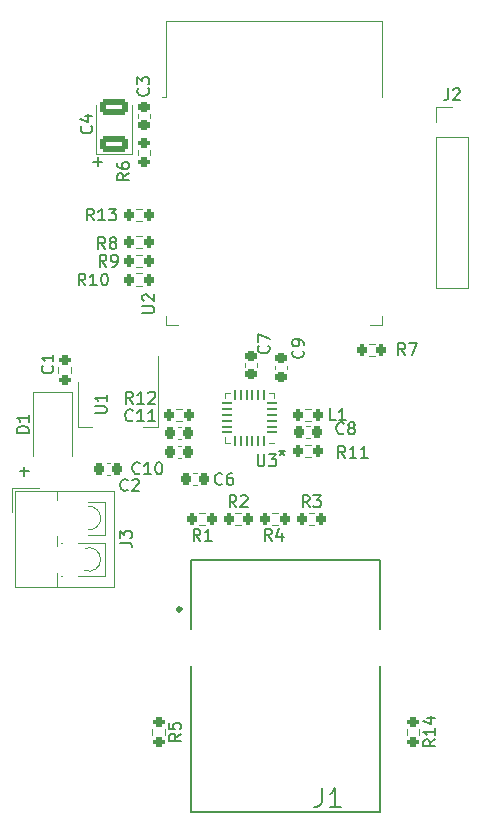
<source format=gbr>
%TF.GenerationSoftware,KiCad,Pcbnew,6.0.4*%
%TF.CreationDate,2022-06-16T01:35:27+03:00*%
%TF.ProjectId,MULTIGW,4d554c54-4947-4572-9e6b-696361645f70,rev?*%
%TF.SameCoordinates,Original*%
%TF.FileFunction,Legend,Top*%
%TF.FilePolarity,Positive*%
%FSLAX46Y46*%
G04 Gerber Fmt 4.6, Leading zero omitted, Abs format (unit mm)*
G04 Created by KiCad (PCBNEW 6.0.4) date 2022-06-16 01:35:27*
%MOMM*%
%LPD*%
G01*
G04 APERTURE LIST*
G04 Aperture macros list*
%AMRoundRect*
0 Rectangle with rounded corners*
0 $1 Rounding radius*
0 $2 $3 $4 $5 $6 $7 $8 $9 X,Y pos of 4 corners*
0 Add a 4 corners polygon primitive as box body*
4,1,4,$2,$3,$4,$5,$6,$7,$8,$9,$2,$3,0*
0 Add four circle primitives for the rounded corners*
1,1,$1+$1,$2,$3*
1,1,$1+$1,$4,$5*
1,1,$1+$1,$6,$7*
1,1,$1+$1,$8,$9*
0 Add four rect primitives between the rounded corners*
20,1,$1+$1,$2,$3,$4,$5,0*
20,1,$1+$1,$4,$5,$6,$7,0*
20,1,$1+$1,$6,$7,$8,$9,0*
20,1,$1+$1,$8,$9,$2,$3,0*%
G04 Aperture macros list end*
%ADD10C,0.150000*%
%ADD11C,0.120000*%
%ADD12C,0.127000*%
%ADD13C,0.300000*%
%ADD14RoundRect,0.200000X-0.275000X0.200000X-0.275000X-0.200000X0.275000X-0.200000X0.275000X0.200000X0*%
%ADD15RoundRect,0.200000X0.200000X0.275000X-0.200000X0.275000X-0.200000X-0.275000X0.200000X-0.275000X0*%
%ADD16RoundRect,0.200000X-0.200000X-0.275000X0.200000X-0.275000X0.200000X0.275000X-0.200000X0.275000X0*%
%ADD17RoundRect,0.062500X0.350000X0.062500X-0.350000X0.062500X-0.350000X-0.062500X0.350000X-0.062500X0*%
%ADD18RoundRect,0.062500X0.062500X0.350000X-0.062500X0.350000X-0.062500X-0.350000X0.062500X-0.350000X0*%
%ADD19R,2.600000X2.600000*%
%ADD20RoundRect,0.250000X0.925000X-0.412500X0.925000X0.412500X-0.925000X0.412500X-0.925000X-0.412500X0*%
%ADD21RoundRect,0.225000X0.225000X0.250000X-0.225000X0.250000X-0.225000X-0.250000X0.225000X-0.250000X0*%
%ADD22R,2.000000X0.900000*%
%ADD23R,0.900000X2.000000*%
%ADD24R,5.000000X5.000000*%
%ADD25RoundRect,0.225000X-0.225000X-0.250000X0.225000X-0.250000X0.225000X0.250000X-0.225000X0.250000X0*%
%ADD26RoundRect,0.225000X-0.250000X0.225000X-0.250000X-0.225000X0.250000X-0.225000X0.250000X0.225000X0*%
%ADD27RoundRect,0.200000X0.275000X-0.200000X0.275000X0.200000X-0.275000X0.200000X-0.275000X-0.200000X0*%
%ADD28R,1.700000X1.700000*%
%ADD29O,1.700000X1.700000*%
%ADD30C,2.600000*%
%ADD31RoundRect,0.225000X0.250000X-0.225000X0.250000X0.225000X-0.250000X0.225000X-0.250000X-0.225000X0*%
%ADD32R,1.800000X2.500000*%
%ADD33C,3.250000*%
%ADD34R,1.398000X1.398000*%
%ADD35C,1.398000*%
%ADD36C,1.530000*%
%ADD37C,2.445000*%
%ADD38R,1.500000X2.000000*%
%ADD39R,3.800000X2.000000*%
G04 APERTURE END LIST*
D10*
X117400000Y-90452380D02*
X117400000Y-90690476D01*
X117161904Y-90595238D02*
X117400000Y-90690476D01*
X117638095Y-90595238D01*
X117257142Y-90880952D02*
X117400000Y-90690476D01*
X117542857Y-90880952D01*
X101419047Y-66071428D02*
X102180952Y-66071428D01*
X101800000Y-66452380D02*
X101800000Y-65690476D01*
X95219047Y-92271428D02*
X95980952Y-92271428D01*
X95600000Y-92652380D02*
X95600000Y-91890476D01*
%TO.C,R14*%
X130382380Y-114992857D02*
X129906190Y-115326190D01*
X130382380Y-115564285D02*
X129382380Y-115564285D01*
X129382380Y-115183333D01*
X129430000Y-115088095D01*
X129477619Y-115040476D01*
X129572857Y-114992857D01*
X129715714Y-114992857D01*
X129810952Y-115040476D01*
X129858571Y-115088095D01*
X129906190Y-115183333D01*
X129906190Y-115564285D01*
X130382380Y-114040476D02*
X130382380Y-114611904D01*
X130382380Y-114326190D02*
X129382380Y-114326190D01*
X129525238Y-114421428D01*
X129620476Y-114516666D01*
X129668095Y-114611904D01*
X129715714Y-113183333D02*
X130382380Y-113183333D01*
X129334761Y-113421428D02*
X130049047Y-113659523D01*
X130049047Y-113040476D01*
%TO.C,L1*%
X121933333Y-87952380D02*
X121457142Y-87952380D01*
X121457142Y-86952380D01*
X122790476Y-87952380D02*
X122219047Y-87952380D01*
X122504761Y-87952380D02*
X122504761Y-86952380D01*
X122409523Y-87095238D01*
X122314285Y-87190476D01*
X122219047Y-87238095D01*
%TO.C,R11*%
X122757142Y-91152380D02*
X122423809Y-90676190D01*
X122185714Y-91152380D02*
X122185714Y-90152380D01*
X122566666Y-90152380D01*
X122661904Y-90200000D01*
X122709523Y-90247619D01*
X122757142Y-90342857D01*
X122757142Y-90485714D01*
X122709523Y-90580952D01*
X122661904Y-90628571D01*
X122566666Y-90676190D01*
X122185714Y-90676190D01*
X123709523Y-91152380D02*
X123138095Y-91152380D01*
X123423809Y-91152380D02*
X123423809Y-90152380D01*
X123328571Y-90295238D01*
X123233333Y-90390476D01*
X123138095Y-90438095D01*
X124661904Y-91152380D02*
X124090476Y-91152380D01*
X124376190Y-91152380D02*
X124376190Y-90152380D01*
X124280952Y-90295238D01*
X124185714Y-90390476D01*
X124090476Y-90438095D01*
%TO.C,R9*%
X102533333Y-74952380D02*
X102200000Y-74476190D01*
X101961904Y-74952380D02*
X101961904Y-73952380D01*
X102342857Y-73952380D01*
X102438095Y-74000000D01*
X102485714Y-74047619D01*
X102533333Y-74142857D01*
X102533333Y-74285714D01*
X102485714Y-74380952D01*
X102438095Y-74428571D01*
X102342857Y-74476190D01*
X101961904Y-74476190D01*
X103009523Y-74952380D02*
X103200000Y-74952380D01*
X103295238Y-74904761D01*
X103342857Y-74857142D01*
X103438095Y-74714285D01*
X103485714Y-74523809D01*
X103485714Y-74142857D01*
X103438095Y-74047619D01*
X103390476Y-74000000D01*
X103295238Y-73952380D01*
X103104761Y-73952380D01*
X103009523Y-74000000D01*
X102961904Y-74047619D01*
X102914285Y-74142857D01*
X102914285Y-74380952D01*
X102961904Y-74476190D01*
X103009523Y-74523809D01*
X103104761Y-74571428D01*
X103295238Y-74571428D01*
X103390476Y-74523809D01*
X103438095Y-74476190D01*
X103485714Y-74380952D01*
%TO.C,U3*%
X115338095Y-90852380D02*
X115338095Y-91661904D01*
X115385714Y-91757142D01*
X115433333Y-91804761D01*
X115528571Y-91852380D01*
X115719047Y-91852380D01*
X115814285Y-91804761D01*
X115861904Y-91757142D01*
X115909523Y-91661904D01*
X115909523Y-90852380D01*
X116290476Y-90852380D02*
X116909523Y-90852380D01*
X116576190Y-91233333D01*
X116719047Y-91233333D01*
X116814285Y-91280952D01*
X116861904Y-91328571D01*
X116909523Y-91423809D01*
X116909523Y-91661904D01*
X116861904Y-91757142D01*
X116814285Y-91804761D01*
X116719047Y-91852380D01*
X116433333Y-91852380D01*
X116338095Y-91804761D01*
X116290476Y-91757142D01*
%TO.C,C4*%
X101257142Y-63066666D02*
X101304761Y-63114285D01*
X101352380Y-63257142D01*
X101352380Y-63352380D01*
X101304761Y-63495238D01*
X101209523Y-63590476D01*
X101114285Y-63638095D01*
X100923809Y-63685714D01*
X100780952Y-63685714D01*
X100590476Y-63638095D01*
X100495238Y-63590476D01*
X100400000Y-63495238D01*
X100352380Y-63352380D01*
X100352380Y-63257142D01*
X100400000Y-63114285D01*
X100447619Y-63066666D01*
X100685714Y-62209523D02*
X101352380Y-62209523D01*
X100304761Y-62447619D02*
X101019047Y-62685714D01*
X101019047Y-62066666D01*
%TO.C,C2*%
X104333333Y-93857142D02*
X104285714Y-93904761D01*
X104142857Y-93952380D01*
X104047619Y-93952380D01*
X103904761Y-93904761D01*
X103809523Y-93809523D01*
X103761904Y-93714285D01*
X103714285Y-93523809D01*
X103714285Y-93380952D01*
X103761904Y-93190476D01*
X103809523Y-93095238D01*
X103904761Y-93000000D01*
X104047619Y-92952380D01*
X104142857Y-92952380D01*
X104285714Y-93000000D01*
X104333333Y-93047619D01*
X104714285Y-93047619D02*
X104761904Y-93000000D01*
X104857142Y-92952380D01*
X105095238Y-92952380D01*
X105190476Y-93000000D01*
X105238095Y-93047619D01*
X105285714Y-93142857D01*
X105285714Y-93238095D01*
X105238095Y-93380952D01*
X104666666Y-93952380D01*
X105285714Y-93952380D01*
%TO.C,U2*%
X105582380Y-78861904D02*
X106391904Y-78861904D01*
X106487142Y-78814285D01*
X106534761Y-78766666D01*
X106582380Y-78671428D01*
X106582380Y-78480952D01*
X106534761Y-78385714D01*
X106487142Y-78338095D01*
X106391904Y-78290476D01*
X105582380Y-78290476D01*
X105677619Y-77861904D02*
X105630000Y-77814285D01*
X105582380Y-77719047D01*
X105582380Y-77480952D01*
X105630000Y-77385714D01*
X105677619Y-77338095D01*
X105772857Y-77290476D01*
X105868095Y-77290476D01*
X106010952Y-77338095D01*
X106582380Y-77909523D01*
X106582380Y-77290476D01*
%TO.C,C8*%
X122633333Y-89057142D02*
X122585714Y-89104761D01*
X122442857Y-89152380D01*
X122347619Y-89152380D01*
X122204761Y-89104761D01*
X122109523Y-89009523D01*
X122061904Y-88914285D01*
X122014285Y-88723809D01*
X122014285Y-88580952D01*
X122061904Y-88390476D01*
X122109523Y-88295238D01*
X122204761Y-88200000D01*
X122347619Y-88152380D01*
X122442857Y-88152380D01*
X122585714Y-88200000D01*
X122633333Y-88247619D01*
X123204761Y-88580952D02*
X123109523Y-88533333D01*
X123061904Y-88485714D01*
X123014285Y-88390476D01*
X123014285Y-88342857D01*
X123061904Y-88247619D01*
X123109523Y-88200000D01*
X123204761Y-88152380D01*
X123395238Y-88152380D01*
X123490476Y-88200000D01*
X123538095Y-88247619D01*
X123585714Y-88342857D01*
X123585714Y-88390476D01*
X123538095Y-88485714D01*
X123490476Y-88533333D01*
X123395238Y-88580952D01*
X123204761Y-88580952D01*
X123109523Y-88628571D01*
X123061904Y-88676190D01*
X123014285Y-88771428D01*
X123014285Y-88961904D01*
X123061904Y-89057142D01*
X123109523Y-89104761D01*
X123204761Y-89152380D01*
X123395238Y-89152380D01*
X123490476Y-89104761D01*
X123538095Y-89057142D01*
X123585714Y-88961904D01*
X123585714Y-88771428D01*
X123538095Y-88676190D01*
X123490476Y-88628571D01*
X123395238Y-88580952D01*
%TO.C,C7*%
X116257142Y-81666666D02*
X116304761Y-81714285D01*
X116352380Y-81857142D01*
X116352380Y-81952380D01*
X116304761Y-82095238D01*
X116209523Y-82190476D01*
X116114285Y-82238095D01*
X115923809Y-82285714D01*
X115780952Y-82285714D01*
X115590476Y-82238095D01*
X115495238Y-82190476D01*
X115400000Y-82095238D01*
X115352380Y-81952380D01*
X115352380Y-81857142D01*
X115400000Y-81714285D01*
X115447619Y-81666666D01*
X115352380Y-81333333D02*
X115352380Y-80666666D01*
X116352380Y-81095238D01*
%TO.C,R6*%
X104452380Y-67066666D02*
X103976190Y-67400000D01*
X104452380Y-67638095D02*
X103452380Y-67638095D01*
X103452380Y-67257142D01*
X103500000Y-67161904D01*
X103547619Y-67114285D01*
X103642857Y-67066666D01*
X103785714Y-67066666D01*
X103880952Y-67114285D01*
X103928571Y-67161904D01*
X103976190Y-67257142D01*
X103976190Y-67638095D01*
X103452380Y-66209523D02*
X103452380Y-66400000D01*
X103500000Y-66495238D01*
X103547619Y-66542857D01*
X103690476Y-66638095D01*
X103880952Y-66685714D01*
X104261904Y-66685714D01*
X104357142Y-66638095D01*
X104404761Y-66590476D01*
X104452380Y-66495238D01*
X104452380Y-66304761D01*
X104404761Y-66209523D01*
X104357142Y-66161904D01*
X104261904Y-66114285D01*
X104023809Y-66114285D01*
X103928571Y-66161904D01*
X103880952Y-66209523D01*
X103833333Y-66304761D01*
X103833333Y-66495238D01*
X103880952Y-66590476D01*
X103928571Y-66638095D01*
X104023809Y-66685714D01*
%TO.C,R3*%
X119733333Y-95322380D02*
X119400000Y-94846190D01*
X119161904Y-95322380D02*
X119161904Y-94322380D01*
X119542857Y-94322380D01*
X119638095Y-94370000D01*
X119685714Y-94417619D01*
X119733333Y-94512857D01*
X119733333Y-94655714D01*
X119685714Y-94750952D01*
X119638095Y-94798571D01*
X119542857Y-94846190D01*
X119161904Y-94846190D01*
X120066666Y-94322380D02*
X120685714Y-94322380D01*
X120352380Y-94703333D01*
X120495238Y-94703333D01*
X120590476Y-94750952D01*
X120638095Y-94798571D01*
X120685714Y-94893809D01*
X120685714Y-95131904D01*
X120638095Y-95227142D01*
X120590476Y-95274761D01*
X120495238Y-95322380D01*
X120209523Y-95322380D01*
X120114285Y-95274761D01*
X120066666Y-95227142D01*
%TO.C,R5*%
X108832380Y-114516666D02*
X108356190Y-114850000D01*
X108832380Y-115088095D02*
X107832380Y-115088095D01*
X107832380Y-114707142D01*
X107880000Y-114611904D01*
X107927619Y-114564285D01*
X108022857Y-114516666D01*
X108165714Y-114516666D01*
X108260952Y-114564285D01*
X108308571Y-114611904D01*
X108356190Y-114707142D01*
X108356190Y-115088095D01*
X107832380Y-113611904D02*
X107832380Y-114088095D01*
X108308571Y-114135714D01*
X108260952Y-114088095D01*
X108213333Y-113992857D01*
X108213333Y-113754761D01*
X108260952Y-113659523D01*
X108308571Y-113611904D01*
X108403809Y-113564285D01*
X108641904Y-113564285D01*
X108737142Y-113611904D01*
X108784761Y-113659523D01*
X108832380Y-113754761D01*
X108832380Y-113992857D01*
X108784761Y-114088095D01*
X108737142Y-114135714D01*
%TO.C,J2*%
X131466666Y-59872380D02*
X131466666Y-60586666D01*
X131419047Y-60729523D01*
X131323809Y-60824761D01*
X131180952Y-60872380D01*
X131085714Y-60872380D01*
X131895238Y-59967619D02*
X131942857Y-59920000D01*
X132038095Y-59872380D01*
X132276190Y-59872380D01*
X132371428Y-59920000D01*
X132419047Y-59967619D01*
X132466666Y-60062857D01*
X132466666Y-60158095D01*
X132419047Y-60300952D01*
X131847619Y-60872380D01*
X132466666Y-60872380D01*
%TO.C,R8*%
X102433333Y-73452380D02*
X102100000Y-72976190D01*
X101861904Y-73452380D02*
X101861904Y-72452380D01*
X102242857Y-72452380D01*
X102338095Y-72500000D01*
X102385714Y-72547619D01*
X102433333Y-72642857D01*
X102433333Y-72785714D01*
X102385714Y-72880952D01*
X102338095Y-72928571D01*
X102242857Y-72976190D01*
X101861904Y-72976190D01*
X103004761Y-72880952D02*
X102909523Y-72833333D01*
X102861904Y-72785714D01*
X102814285Y-72690476D01*
X102814285Y-72642857D01*
X102861904Y-72547619D01*
X102909523Y-72500000D01*
X103004761Y-72452380D01*
X103195238Y-72452380D01*
X103290476Y-72500000D01*
X103338095Y-72547619D01*
X103385714Y-72642857D01*
X103385714Y-72690476D01*
X103338095Y-72785714D01*
X103290476Y-72833333D01*
X103195238Y-72880952D01*
X103004761Y-72880952D01*
X102909523Y-72928571D01*
X102861904Y-72976190D01*
X102814285Y-73071428D01*
X102814285Y-73261904D01*
X102861904Y-73357142D01*
X102909523Y-73404761D01*
X103004761Y-73452380D01*
X103195238Y-73452380D01*
X103290476Y-73404761D01*
X103338095Y-73357142D01*
X103385714Y-73261904D01*
X103385714Y-73071428D01*
X103338095Y-72976190D01*
X103290476Y-72928571D01*
X103195238Y-72880952D01*
%TO.C,J3*%
X103667380Y-98333333D02*
X104381666Y-98333333D01*
X104524523Y-98380952D01*
X104619761Y-98476190D01*
X104667380Y-98619047D01*
X104667380Y-98714285D01*
X103667380Y-97952380D02*
X103667380Y-97333333D01*
X104048333Y-97666666D01*
X104048333Y-97523809D01*
X104095952Y-97428571D01*
X104143571Y-97380952D01*
X104238809Y-97333333D01*
X104476904Y-97333333D01*
X104572142Y-97380952D01*
X104619761Y-97428571D01*
X104667380Y-97523809D01*
X104667380Y-97809523D01*
X104619761Y-97904761D01*
X104572142Y-97952380D01*
%TO.C,C3*%
X106057142Y-59866666D02*
X106104761Y-59914285D01*
X106152380Y-60057142D01*
X106152380Y-60152380D01*
X106104761Y-60295238D01*
X106009523Y-60390476D01*
X105914285Y-60438095D01*
X105723809Y-60485714D01*
X105580952Y-60485714D01*
X105390476Y-60438095D01*
X105295238Y-60390476D01*
X105200000Y-60295238D01*
X105152380Y-60152380D01*
X105152380Y-60057142D01*
X105200000Y-59914285D01*
X105247619Y-59866666D01*
X105152380Y-59533333D02*
X105152380Y-58914285D01*
X105533333Y-59247619D01*
X105533333Y-59104761D01*
X105580952Y-59009523D01*
X105628571Y-58961904D01*
X105723809Y-58914285D01*
X105961904Y-58914285D01*
X106057142Y-58961904D01*
X106104761Y-59009523D01*
X106152380Y-59104761D01*
X106152380Y-59390476D01*
X106104761Y-59485714D01*
X106057142Y-59533333D01*
%TO.C,C1*%
X97957142Y-83366666D02*
X98004761Y-83414285D01*
X98052380Y-83557142D01*
X98052380Y-83652380D01*
X98004761Y-83795238D01*
X97909523Y-83890476D01*
X97814285Y-83938095D01*
X97623809Y-83985714D01*
X97480952Y-83985714D01*
X97290476Y-83938095D01*
X97195238Y-83890476D01*
X97100000Y-83795238D01*
X97052380Y-83652380D01*
X97052380Y-83557142D01*
X97100000Y-83414285D01*
X97147619Y-83366666D01*
X98052380Y-82414285D02*
X98052380Y-82985714D01*
X98052380Y-82700000D02*
X97052380Y-82700000D01*
X97195238Y-82795238D01*
X97290476Y-82890476D01*
X97338095Y-82985714D01*
%TO.C,C6*%
X112333333Y-93357142D02*
X112285714Y-93404761D01*
X112142857Y-93452380D01*
X112047619Y-93452380D01*
X111904761Y-93404761D01*
X111809523Y-93309523D01*
X111761904Y-93214285D01*
X111714285Y-93023809D01*
X111714285Y-92880952D01*
X111761904Y-92690476D01*
X111809523Y-92595238D01*
X111904761Y-92500000D01*
X112047619Y-92452380D01*
X112142857Y-92452380D01*
X112285714Y-92500000D01*
X112333333Y-92547619D01*
X113190476Y-92452380D02*
X113000000Y-92452380D01*
X112904761Y-92500000D01*
X112857142Y-92547619D01*
X112761904Y-92690476D01*
X112714285Y-92880952D01*
X112714285Y-93261904D01*
X112761904Y-93357142D01*
X112809523Y-93404761D01*
X112904761Y-93452380D01*
X113095238Y-93452380D01*
X113190476Y-93404761D01*
X113238095Y-93357142D01*
X113285714Y-93261904D01*
X113285714Y-93023809D01*
X113238095Y-92928571D01*
X113190476Y-92880952D01*
X113095238Y-92833333D01*
X112904761Y-92833333D01*
X112809523Y-92880952D01*
X112761904Y-92928571D01*
X112714285Y-93023809D01*
%TO.C,D1*%
X95952380Y-89038095D02*
X94952380Y-89038095D01*
X94952380Y-88800000D01*
X95000000Y-88657142D01*
X95095238Y-88561904D01*
X95190476Y-88514285D01*
X95380952Y-88466666D01*
X95523809Y-88466666D01*
X95714285Y-88514285D01*
X95809523Y-88561904D01*
X95904761Y-88657142D01*
X95952380Y-88800000D01*
X95952380Y-89038095D01*
X95952380Y-87514285D02*
X95952380Y-88085714D01*
X95952380Y-87800000D02*
X94952380Y-87800000D01*
X95095238Y-87895238D01*
X95190476Y-87990476D01*
X95238095Y-88085714D01*
%TO.C,R7*%
X127833333Y-82452380D02*
X127500000Y-81976190D01*
X127261904Y-82452380D02*
X127261904Y-81452380D01*
X127642857Y-81452380D01*
X127738095Y-81500000D01*
X127785714Y-81547619D01*
X127833333Y-81642857D01*
X127833333Y-81785714D01*
X127785714Y-81880952D01*
X127738095Y-81928571D01*
X127642857Y-81976190D01*
X127261904Y-81976190D01*
X128166666Y-81452380D02*
X128833333Y-81452380D01*
X128404761Y-82452380D01*
%TO.C,R10*%
X100757142Y-76552380D02*
X100423809Y-76076190D01*
X100185714Y-76552380D02*
X100185714Y-75552380D01*
X100566666Y-75552380D01*
X100661904Y-75600000D01*
X100709523Y-75647619D01*
X100757142Y-75742857D01*
X100757142Y-75885714D01*
X100709523Y-75980952D01*
X100661904Y-76028571D01*
X100566666Y-76076190D01*
X100185714Y-76076190D01*
X101709523Y-76552380D02*
X101138095Y-76552380D01*
X101423809Y-76552380D02*
X101423809Y-75552380D01*
X101328571Y-75695238D01*
X101233333Y-75790476D01*
X101138095Y-75838095D01*
X102328571Y-75552380D02*
X102423809Y-75552380D01*
X102519047Y-75600000D01*
X102566666Y-75647619D01*
X102614285Y-75742857D01*
X102661904Y-75933333D01*
X102661904Y-76171428D01*
X102614285Y-76361904D01*
X102566666Y-76457142D01*
X102519047Y-76504761D01*
X102423809Y-76552380D01*
X102328571Y-76552380D01*
X102233333Y-76504761D01*
X102185714Y-76457142D01*
X102138095Y-76361904D01*
X102090476Y-76171428D01*
X102090476Y-75933333D01*
X102138095Y-75742857D01*
X102185714Y-75647619D01*
X102233333Y-75600000D01*
X102328571Y-75552380D01*
%TO.C,J1*%
X120764115Y-119119618D02*
X120764115Y-120267942D01*
X120687560Y-120497607D01*
X120534450Y-120650717D01*
X120304785Y-120727272D01*
X120151675Y-120727272D01*
X122371769Y-120727272D02*
X121453109Y-120727272D01*
X121912439Y-120727272D02*
X121912439Y-119119618D01*
X121759329Y-119349282D01*
X121606219Y-119502392D01*
X121453109Y-119578947D01*
%TO.C,R1*%
X110483333Y-98182380D02*
X110150000Y-97706190D01*
X109911904Y-98182380D02*
X109911904Y-97182380D01*
X110292857Y-97182380D01*
X110388095Y-97230000D01*
X110435714Y-97277619D01*
X110483333Y-97372857D01*
X110483333Y-97515714D01*
X110435714Y-97610952D01*
X110388095Y-97658571D01*
X110292857Y-97706190D01*
X109911904Y-97706190D01*
X111435714Y-98182380D02*
X110864285Y-98182380D01*
X111150000Y-98182380D02*
X111150000Y-97182380D01*
X111054761Y-97325238D01*
X110959523Y-97420476D01*
X110864285Y-97468095D01*
%TO.C,R2*%
X113533333Y-95322380D02*
X113200000Y-94846190D01*
X112961904Y-95322380D02*
X112961904Y-94322380D01*
X113342857Y-94322380D01*
X113438095Y-94370000D01*
X113485714Y-94417619D01*
X113533333Y-94512857D01*
X113533333Y-94655714D01*
X113485714Y-94750952D01*
X113438095Y-94798571D01*
X113342857Y-94846190D01*
X112961904Y-94846190D01*
X113914285Y-94417619D02*
X113961904Y-94370000D01*
X114057142Y-94322380D01*
X114295238Y-94322380D01*
X114390476Y-94370000D01*
X114438095Y-94417619D01*
X114485714Y-94512857D01*
X114485714Y-94608095D01*
X114438095Y-94750952D01*
X113866666Y-95322380D01*
X114485714Y-95322380D01*
%TO.C,C10*%
X105357142Y-92437142D02*
X105309523Y-92484761D01*
X105166666Y-92532380D01*
X105071428Y-92532380D01*
X104928571Y-92484761D01*
X104833333Y-92389523D01*
X104785714Y-92294285D01*
X104738095Y-92103809D01*
X104738095Y-91960952D01*
X104785714Y-91770476D01*
X104833333Y-91675238D01*
X104928571Y-91580000D01*
X105071428Y-91532380D01*
X105166666Y-91532380D01*
X105309523Y-91580000D01*
X105357142Y-91627619D01*
X106309523Y-92532380D02*
X105738095Y-92532380D01*
X106023809Y-92532380D02*
X106023809Y-91532380D01*
X105928571Y-91675238D01*
X105833333Y-91770476D01*
X105738095Y-91818095D01*
X106928571Y-91532380D02*
X107023809Y-91532380D01*
X107119047Y-91580000D01*
X107166666Y-91627619D01*
X107214285Y-91722857D01*
X107261904Y-91913333D01*
X107261904Y-92151428D01*
X107214285Y-92341904D01*
X107166666Y-92437142D01*
X107119047Y-92484761D01*
X107023809Y-92532380D01*
X106928571Y-92532380D01*
X106833333Y-92484761D01*
X106785714Y-92437142D01*
X106738095Y-92341904D01*
X106690476Y-92151428D01*
X106690476Y-91913333D01*
X106738095Y-91722857D01*
X106785714Y-91627619D01*
X106833333Y-91580000D01*
X106928571Y-91532380D01*
%TO.C,R4*%
X116533333Y-98152380D02*
X116200000Y-97676190D01*
X115961904Y-98152380D02*
X115961904Y-97152380D01*
X116342857Y-97152380D01*
X116438095Y-97200000D01*
X116485714Y-97247619D01*
X116533333Y-97342857D01*
X116533333Y-97485714D01*
X116485714Y-97580952D01*
X116438095Y-97628571D01*
X116342857Y-97676190D01*
X115961904Y-97676190D01*
X117390476Y-97485714D02*
X117390476Y-98152380D01*
X117152380Y-97104761D02*
X116914285Y-97819047D01*
X117533333Y-97819047D01*
%TO.C,R13*%
X101457142Y-71052380D02*
X101123809Y-70576190D01*
X100885714Y-71052380D02*
X100885714Y-70052380D01*
X101266666Y-70052380D01*
X101361904Y-70100000D01*
X101409523Y-70147619D01*
X101457142Y-70242857D01*
X101457142Y-70385714D01*
X101409523Y-70480952D01*
X101361904Y-70528571D01*
X101266666Y-70576190D01*
X100885714Y-70576190D01*
X102409523Y-71052380D02*
X101838095Y-71052380D01*
X102123809Y-71052380D02*
X102123809Y-70052380D01*
X102028571Y-70195238D01*
X101933333Y-70290476D01*
X101838095Y-70338095D01*
X102742857Y-70052380D02*
X103361904Y-70052380D01*
X103028571Y-70433333D01*
X103171428Y-70433333D01*
X103266666Y-70480952D01*
X103314285Y-70528571D01*
X103361904Y-70623809D01*
X103361904Y-70861904D01*
X103314285Y-70957142D01*
X103266666Y-71004761D01*
X103171428Y-71052380D01*
X102885714Y-71052380D01*
X102790476Y-71004761D01*
X102742857Y-70957142D01*
%TO.C,C9*%
X119157142Y-82066666D02*
X119204761Y-82114285D01*
X119252380Y-82257142D01*
X119252380Y-82352380D01*
X119204761Y-82495238D01*
X119109523Y-82590476D01*
X119014285Y-82638095D01*
X118823809Y-82685714D01*
X118680952Y-82685714D01*
X118490476Y-82638095D01*
X118395238Y-82590476D01*
X118300000Y-82495238D01*
X118252380Y-82352380D01*
X118252380Y-82257142D01*
X118300000Y-82114285D01*
X118347619Y-82066666D01*
X119252380Y-81590476D02*
X119252380Y-81400000D01*
X119204761Y-81304761D01*
X119157142Y-81257142D01*
X119014285Y-81161904D01*
X118823809Y-81114285D01*
X118442857Y-81114285D01*
X118347619Y-81161904D01*
X118300000Y-81209523D01*
X118252380Y-81304761D01*
X118252380Y-81495238D01*
X118300000Y-81590476D01*
X118347619Y-81638095D01*
X118442857Y-81685714D01*
X118680952Y-81685714D01*
X118776190Y-81638095D01*
X118823809Y-81590476D01*
X118871428Y-81495238D01*
X118871428Y-81304761D01*
X118823809Y-81209523D01*
X118776190Y-81161904D01*
X118680952Y-81114285D01*
%TO.C,U1*%
X101552380Y-87361904D02*
X102361904Y-87361904D01*
X102457142Y-87314285D01*
X102504761Y-87266666D01*
X102552380Y-87171428D01*
X102552380Y-86980952D01*
X102504761Y-86885714D01*
X102457142Y-86838095D01*
X102361904Y-86790476D01*
X101552380Y-86790476D01*
X102552380Y-85790476D02*
X102552380Y-86361904D01*
X102552380Y-86076190D02*
X101552380Y-86076190D01*
X101695238Y-86171428D01*
X101790476Y-86266666D01*
X101838095Y-86361904D01*
%TO.C,R12*%
X104757142Y-86552380D02*
X104423809Y-86076190D01*
X104185714Y-86552380D02*
X104185714Y-85552380D01*
X104566666Y-85552380D01*
X104661904Y-85600000D01*
X104709523Y-85647619D01*
X104757142Y-85742857D01*
X104757142Y-85885714D01*
X104709523Y-85980952D01*
X104661904Y-86028571D01*
X104566666Y-86076190D01*
X104185714Y-86076190D01*
X105709523Y-86552380D02*
X105138095Y-86552380D01*
X105423809Y-86552380D02*
X105423809Y-85552380D01*
X105328571Y-85695238D01*
X105233333Y-85790476D01*
X105138095Y-85838095D01*
X106090476Y-85647619D02*
X106138095Y-85600000D01*
X106233333Y-85552380D01*
X106471428Y-85552380D01*
X106566666Y-85600000D01*
X106614285Y-85647619D01*
X106661904Y-85742857D01*
X106661904Y-85838095D01*
X106614285Y-85980952D01*
X106042857Y-86552380D01*
X106661904Y-86552380D01*
%TO.C,C11*%
X104757142Y-87957142D02*
X104709523Y-88004761D01*
X104566666Y-88052380D01*
X104471428Y-88052380D01*
X104328571Y-88004761D01*
X104233333Y-87909523D01*
X104185714Y-87814285D01*
X104138095Y-87623809D01*
X104138095Y-87480952D01*
X104185714Y-87290476D01*
X104233333Y-87195238D01*
X104328571Y-87100000D01*
X104471428Y-87052380D01*
X104566666Y-87052380D01*
X104709523Y-87100000D01*
X104757142Y-87147619D01*
X105709523Y-88052380D02*
X105138095Y-88052380D01*
X105423809Y-88052380D02*
X105423809Y-87052380D01*
X105328571Y-87195238D01*
X105233333Y-87290476D01*
X105138095Y-87338095D01*
X106661904Y-88052380D02*
X106090476Y-88052380D01*
X106376190Y-88052380D02*
X106376190Y-87052380D01*
X106280952Y-87195238D01*
X106185714Y-87290476D01*
X106090476Y-87338095D01*
D11*
%TO.C,R14*%
X127977500Y-114112742D02*
X127977500Y-114587258D01*
X129022500Y-114112742D02*
X129022500Y-114587258D01*
%TO.C,L1*%
X119837258Y-86977500D02*
X119362742Y-86977500D01*
X119837258Y-88022500D02*
X119362742Y-88022500D01*
%TO.C,R11*%
X119362742Y-90027500D02*
X119837258Y-90027500D01*
X119362742Y-91072500D02*
X119837258Y-91072500D01*
%TO.C,R9*%
X105537258Y-73937500D02*
X105062742Y-73937500D01*
X105537258Y-74982500D02*
X105062742Y-74982500D01*
%TO.C,U3*%
X112540000Y-85640000D02*
X112540000Y-86115000D01*
X112540000Y-89860000D02*
X112540000Y-89385000D01*
X113015000Y-85640000D02*
X112540000Y-85640000D01*
X116760000Y-85640000D02*
X116760000Y-86115000D01*
X116285000Y-85640000D02*
X116760000Y-85640000D01*
X116285000Y-89860000D02*
X116760000Y-89860000D01*
X113015000Y-89860000D02*
X112540000Y-89860000D01*
%TO.C,C4*%
X104710000Y-65460000D02*
X104710000Y-61250000D01*
X101690000Y-61250000D02*
X101690000Y-65460000D01*
X101690000Y-65460000D02*
X104710000Y-65460000D01*
%TO.C,C2*%
X102840580Y-91590000D02*
X102559420Y-91590000D01*
X102840580Y-92610000D02*
X102559420Y-92610000D01*
%TO.C,U2*%
X107620000Y-54145000D02*
X107620000Y-60565000D01*
X107620000Y-54145000D02*
X125860000Y-54145000D01*
X125860000Y-54145000D02*
X125860000Y-60565000D01*
X125860000Y-79110000D02*
X125860000Y-79890000D01*
X107620000Y-79110000D02*
X107620000Y-79890000D01*
X107620000Y-60565000D02*
X107240000Y-60565000D01*
X107620000Y-79890000D02*
X108620000Y-79890000D01*
X125860000Y-79890000D02*
X124860000Y-79890000D01*
%TO.C,C8*%
X119459420Y-88490000D02*
X119740580Y-88490000D01*
X119459420Y-89510000D02*
X119740580Y-89510000D01*
%TO.C,C7*%
X115310000Y-83159420D02*
X115310000Y-83440580D01*
X114290000Y-83159420D02*
X114290000Y-83440580D01*
%TO.C,R6*%
X105177500Y-65537258D02*
X105177500Y-65062742D01*
X106222500Y-65537258D02*
X106222500Y-65062742D01*
%TO.C,R3*%
X119662742Y-95777500D02*
X120137258Y-95777500D01*
X119662742Y-96822500D02*
X120137258Y-96822500D01*
%TO.C,R5*%
X107472500Y-114112742D02*
X107472500Y-114587258D01*
X106427500Y-114112742D02*
X106427500Y-114587258D01*
%TO.C,J2*%
X130470000Y-64020000D02*
X133130000Y-64020000D01*
X130470000Y-61420000D02*
X131800000Y-61420000D01*
X133130000Y-64020000D02*
X133130000Y-76780000D01*
X130470000Y-76780000D02*
X133130000Y-76780000D01*
X130470000Y-64020000D02*
X130470000Y-76780000D01*
X130470000Y-62750000D02*
X130470000Y-61420000D01*
%TO.C,R8*%
X105537258Y-72337500D02*
X105062742Y-72337500D01*
X105537258Y-73382500D02*
X105062742Y-73382500D01*
%TO.C,J3*%
X103215000Y-102060000D02*
X94795000Y-102060000D01*
X98705000Y-98350000D02*
X98705000Y-98351000D01*
X98354000Y-97790000D02*
X98354000Y-98617000D01*
X102455000Y-97650000D02*
X100995000Y-97650000D01*
X98354000Y-100884000D02*
X98354000Y-102060000D01*
X102455000Y-98350000D02*
X100144000Y-98350000D01*
X103215000Y-93940000D02*
X94795000Y-93940000D01*
X96795000Y-93700000D02*
X94555000Y-93700000D01*
X98766000Y-98350000D02*
X98705000Y-98350000D01*
X102455000Y-94850000D02*
X102455000Y-97650000D01*
X94555000Y-93700000D02*
X94555000Y-95700000D01*
X102455000Y-94850000D02*
X100995000Y-94850000D01*
X103215000Y-93940000D02*
X103215000Y-102060000D01*
X98705000Y-101150000D02*
X98705000Y-101150000D01*
X102455000Y-98350000D02*
X102455000Y-101150000D01*
X98354000Y-93940000D02*
X98354000Y-94710000D01*
X98766000Y-101150000D02*
X98705000Y-101150000D01*
X102455000Y-101150000D02*
X100144000Y-101150000D01*
X94795000Y-93940000D02*
X94795000Y-102060000D01*
X100713000Y-100690000D02*
G75*
G03*
X100712767Y-98810085I342000J940000D01*
G01*
X100986000Y-97248000D02*
G75*
G03*
X100984434Y-95252110I69000J998000D01*
G01*
%TO.C,C3*%
X105190000Y-62340580D02*
X105190000Y-62059420D01*
X106210000Y-62340580D02*
X106210000Y-62059420D01*
%TO.C,C1*%
X99522500Y-83462742D02*
X99522500Y-83937258D01*
X98477500Y-83462742D02*
X98477500Y-83937258D01*
%TO.C,C6*%
X109909420Y-93460000D02*
X110190580Y-93460000D01*
X109909420Y-92440000D02*
X110190580Y-92440000D01*
%TO.C,D1*%
X99650000Y-85600000D02*
X96350000Y-85600000D01*
X96350000Y-85600000D02*
X96350000Y-91000000D01*
X99650000Y-85600000D02*
X99650000Y-91000000D01*
%TO.C,R7*%
X124762742Y-81477500D02*
X125237258Y-81477500D01*
X124762742Y-82522500D02*
X125237258Y-82522500D01*
%TO.C,R10*%
X105537258Y-75537500D02*
X105062742Y-75537500D01*
X105537258Y-76582500D02*
X105062742Y-76582500D01*
D12*
%TO.C,J1*%
X109700000Y-105650000D02*
X109700000Y-99770000D01*
X109700000Y-121170000D02*
X125700000Y-121170000D01*
X125700000Y-121170000D02*
X125700000Y-108750000D01*
X109700000Y-121170000D02*
X109700000Y-108750000D01*
X109700000Y-99770000D02*
X125700000Y-99770000D01*
X125700000Y-105650000D02*
X125700000Y-99770000D01*
D13*
X108850000Y-103950000D02*
G75*
G03*
X108850000Y-103950000I-150000J0D01*
G01*
D11*
%TO.C,R1*%
X110887258Y-95777500D02*
X110412742Y-95777500D01*
X110887258Y-96822500D02*
X110412742Y-96822500D01*
%TO.C,R2*%
X113462742Y-95777500D02*
X113937258Y-95777500D01*
X113462742Y-96822500D02*
X113937258Y-96822500D01*
%TO.C,C10*%
X108840580Y-90140000D02*
X108559420Y-90140000D01*
X108840580Y-91160000D02*
X108559420Y-91160000D01*
%TO.C,R4*%
X117037258Y-96822500D02*
X116562742Y-96822500D01*
X117037258Y-95777500D02*
X116562742Y-95777500D01*
%TO.C,R13*%
X105537258Y-70077500D02*
X105062742Y-70077500D01*
X105537258Y-71122500D02*
X105062742Y-71122500D01*
%TO.C,C9*%
X117810000Y-83640580D02*
X117810000Y-83359420D01*
X116790000Y-83640580D02*
X116790000Y-83359420D01*
%TO.C,U1*%
X106910000Y-88510000D02*
X105650000Y-88510000D01*
X106910000Y-82500000D02*
X106910000Y-88510000D01*
X100090000Y-84750000D02*
X100090000Y-88510000D01*
X100090000Y-88510000D02*
X101350000Y-88510000D01*
%TO.C,R12*%
X108462742Y-86977500D02*
X108937258Y-86977500D01*
X108462742Y-88022500D02*
X108937258Y-88022500D01*
%TO.C,C11*%
X108840580Y-88540000D02*
X108559420Y-88540000D01*
X108840580Y-89560000D02*
X108559420Y-89560000D01*
%TD*%
%LPC*%
D14*
%TO.C,R14*%
X128500000Y-113525000D03*
X128500000Y-115175000D03*
%TD*%
D15*
%TO.C,L1*%
X120425000Y-87500000D03*
X118775000Y-87500000D03*
%TD*%
D16*
%TO.C,R11*%
X118775000Y-90550000D03*
X120425000Y-90550000D03*
%TD*%
D15*
%TO.C,R9*%
X106125000Y-74460000D03*
X104475000Y-74460000D03*
%TD*%
D17*
%TO.C,U3*%
X116587500Y-89000000D03*
X116587500Y-88500000D03*
X116587500Y-88000000D03*
X116587500Y-87500000D03*
X116587500Y-87000000D03*
X116587500Y-86500000D03*
D18*
X115900000Y-85812500D03*
X115400000Y-85812500D03*
X114900000Y-85812500D03*
X114400000Y-85812500D03*
X113900000Y-85812500D03*
X113400000Y-85812500D03*
D17*
X112712500Y-86500000D03*
X112712500Y-87000000D03*
X112712500Y-87500000D03*
X112712500Y-88000000D03*
X112712500Y-88500000D03*
X112712500Y-89000000D03*
D18*
X113400000Y-89687500D03*
X113900000Y-89687500D03*
X114400000Y-89687500D03*
X114900000Y-89687500D03*
X115400000Y-89687500D03*
X115900000Y-89687500D03*
D19*
X114650000Y-87750000D03*
%TD*%
D20*
%TO.C,C4*%
X103200000Y-64537500D03*
X103200000Y-61462500D03*
%TD*%
D21*
%TO.C,C2*%
X103475000Y-92100000D03*
X101925000Y-92100000D03*
%TD*%
D22*
%TO.C,U2*%
X108240000Y-61755000D03*
X108240000Y-63025000D03*
X108240000Y-64295000D03*
X108240000Y-65565000D03*
X108240000Y-66835000D03*
X108240000Y-68105000D03*
X108240000Y-69375000D03*
X108240000Y-70645000D03*
X108240000Y-71915000D03*
X108240000Y-73185000D03*
X108240000Y-74455000D03*
X108240000Y-75725000D03*
X108240000Y-76995000D03*
X108240000Y-78265000D03*
D23*
X111025000Y-79265000D03*
X112295000Y-79265000D03*
X113565000Y-79265000D03*
X114835000Y-79265000D03*
X116105000Y-79265000D03*
X117375000Y-79265000D03*
X118645000Y-79265000D03*
X119915000Y-79265000D03*
X121185000Y-79265000D03*
X122455000Y-79265000D03*
D22*
X125240000Y-78265000D03*
X125240000Y-76995000D03*
X125240000Y-75725000D03*
X125240000Y-74455000D03*
X125240000Y-73185000D03*
X125240000Y-71915000D03*
X125240000Y-70645000D03*
X125240000Y-69375000D03*
X125240000Y-68105000D03*
X125240000Y-66835000D03*
X125240000Y-65565000D03*
X125240000Y-64295000D03*
X125240000Y-63025000D03*
X125240000Y-61755000D03*
D24*
X115740000Y-69255000D03*
%TD*%
D25*
%TO.C,C8*%
X118825000Y-89000000D03*
X120375000Y-89000000D03*
%TD*%
D26*
%TO.C,C7*%
X114800000Y-82525000D03*
X114800000Y-84075000D03*
%TD*%
D27*
%TO.C,R6*%
X105700000Y-66125000D03*
X105700000Y-64475000D03*
%TD*%
D16*
%TO.C,R3*%
X119075000Y-96300000D03*
X120725000Y-96300000D03*
%TD*%
D14*
%TO.C,R5*%
X106950000Y-113525000D03*
X106950000Y-115175000D03*
%TD*%
D28*
%TO.C,J2*%
X131800000Y-62750000D03*
D29*
X131800000Y-65290000D03*
X131800000Y-67830000D03*
X131800000Y-70370000D03*
X131800000Y-72910000D03*
X131800000Y-75450000D03*
%TD*%
D15*
%TO.C,R8*%
X106125000Y-72860000D03*
X104475000Y-72860000D03*
%TD*%
D19*
%TO.C,J3*%
X99455000Y-96250000D03*
D30*
X99455000Y-99750000D03*
%TD*%
D31*
%TO.C,C3*%
X105700000Y-62975000D03*
X105700000Y-61425000D03*
%TD*%
D14*
%TO.C,C1*%
X99000000Y-82875000D03*
X99000000Y-84525000D03*
%TD*%
D25*
%TO.C,C6*%
X109275000Y-92950000D03*
X110825000Y-92950000D03*
%TD*%
D32*
%TO.C,D1*%
X98000000Y-87000000D03*
X98000000Y-91000000D03*
%TD*%
D16*
%TO.C,R7*%
X124175000Y-82000000D03*
X125825000Y-82000000D03*
%TD*%
D15*
%TO.C,R10*%
X106125000Y-76060000D03*
X104475000Y-76060000D03*
%TD*%
D33*
%TO.C,J1*%
X111985000Y-110250000D03*
X123415000Y-110250000D03*
D34*
X113250000Y-103900000D03*
D35*
X114520000Y-101360000D03*
X115790000Y-103900000D03*
X117060000Y-101360000D03*
X118330000Y-103900000D03*
X119600000Y-101360000D03*
X120870000Y-103900000D03*
X122140000Y-101360000D03*
D36*
X111075000Y-115150000D03*
X113615000Y-115150000D03*
X121785000Y-115150000D03*
X124325000Y-115150000D03*
D37*
X109955000Y-107200000D03*
X125445000Y-107200000D03*
%TD*%
D15*
%TO.C,R1*%
X111475000Y-96300000D03*
X109825000Y-96300000D03*
%TD*%
D16*
%TO.C,R2*%
X112875000Y-96300000D03*
X114525000Y-96300000D03*
%TD*%
D21*
%TO.C,C10*%
X109475000Y-90650000D03*
X107925000Y-90650000D03*
%TD*%
D15*
%TO.C,R4*%
X117625000Y-96300000D03*
X115975000Y-96300000D03*
%TD*%
%TO.C,R13*%
X106125000Y-70600000D03*
X104475000Y-70600000D03*
%TD*%
D31*
%TO.C,C9*%
X117300000Y-84275000D03*
X117300000Y-82725000D03*
%TD*%
D38*
%TO.C,U1*%
X105800000Y-83450000D03*
X103500000Y-83450000D03*
D39*
X103500000Y-89750000D03*
D38*
X101200000Y-83450000D03*
%TD*%
D16*
%TO.C,R12*%
X107875000Y-87500000D03*
X109525000Y-87500000D03*
%TD*%
D21*
%TO.C,C11*%
X109475000Y-89050000D03*
X107925000Y-89050000D03*
%TD*%
M02*

</source>
